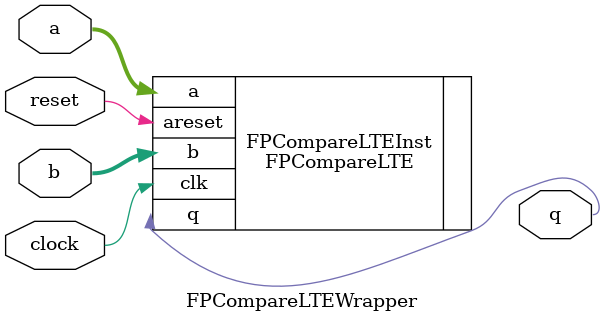
<source format=v>
module FPCompareLTEWrapper (
    input  wire        clock,
    input  wire        reset,
    input  wire [31:0] a,
    input  wire [31:0] b,
    output wire [0:0]  q
  );

  FPCompareLTE FPCompareLTEInst (
    .clk(clock)
  , .areset(reset)
  , .a(a)
  , .b(b)
  , .q(q)
  );
endmodule

</source>
